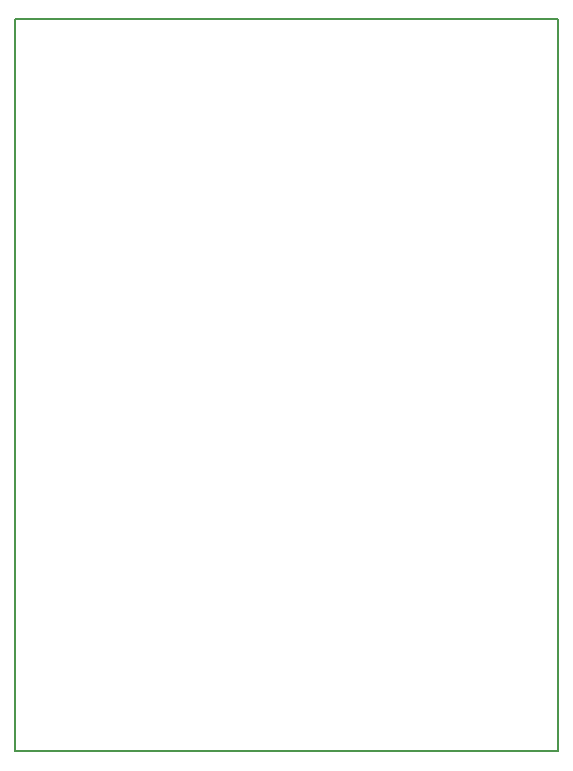
<source format=gm1>
G04 #@! TF.GenerationSoftware,KiCad,Pcbnew,5.0.0*
G04 #@! TF.CreationDate,2018-09-18T18:27:37-04:00*
G04 #@! TF.ProjectId,usbdbg,7573626462672E6B696361645F706362,rev?*
G04 #@! TF.SameCoordinates,Original*
G04 #@! TF.FileFunction,Profile,NP*
%FSLAX46Y46*%
G04 Gerber Fmt 4.6, Leading zero omitted, Abs format (unit mm)*
G04 Created by KiCad (PCBNEW 5.0.0) date Tue Sep 18 18:27:37 2018*
%MOMM*%
%LPD*%
G01*
G04 APERTURE LIST*
%ADD10C,0.200000*%
G04 APERTURE END LIST*
D10*
X122000000Y-120000000D02*
X122000000Y-58000000D01*
X168000000Y-120000000D02*
X122000000Y-120000000D01*
X168000000Y-58000000D02*
X168000000Y-120000000D01*
X122000000Y-58000000D02*
X168000000Y-58000000D01*
M02*

</source>
